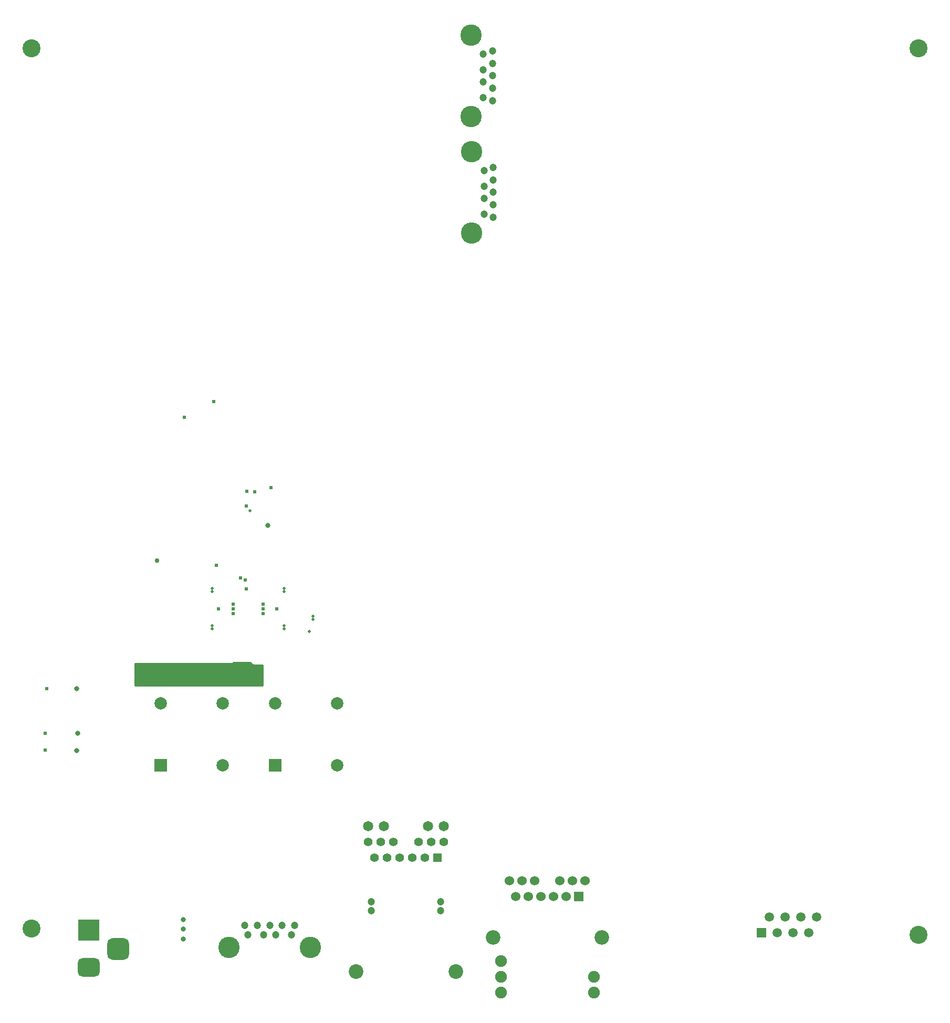
<source format=gbr>
%TF.GenerationSoftware,KiCad,Pcbnew,5.99.0-unknown-4b436fa57~104~ubuntu20.04.1*%
%TF.CreationDate,2020-10-20T16:16:34-05:00*%
%TF.ProjectId,AP2100,41503231-3030-42e6-9b69-6361645f7063,rev?*%
%TF.SameCoordinates,Original*%
%TF.FileFunction,Copper,L5,Inr*%
%TF.FilePolarity,Positive*%
%FSLAX46Y46*%
G04 Gerber Fmt 4.6, Leading zero omitted, Abs format (unit mm)*
G04 Created by KiCad (PCBNEW 5.99.0-unknown-4b436fa57~104~ubuntu20.04.1) date 2020-10-20 16:16:34*
%MOMM*%
%LPD*%
G01*
G04 APERTURE LIST*
G04 Aperture macros list*
%AMRoundRect*
0 Rectangle with rounded corners*
0 $1 Rounding radius*
0 $2 $3 $4 $5 $6 $7 $8 $9 X,Y pos of 4 corners*
0 Add a 4 corners polygon primitive as box body*
4,1,4,$2,$3,$4,$5,$6,$7,$8,$9,$2,$3,0*
0 Add four circle primitives for the rounded corners*
1,1,$1+$1,$2,$3,0*
1,1,$1+$1,$4,$5,0*
1,1,$1+$1,$6,$7,0*
1,1,$1+$1,$8,$9,0*
0 Add four rect primitives between the rounded corners*
20,1,$1+$1,$2,$3,$4,$5,0*
20,1,$1+$1,$4,$5,$6,$7,0*
20,1,$1+$1,$6,$7,$8,$9,0*
20,1,$1+$1,$8,$9,$2,$3,0*%
G04 Aperture macros list end*
%TA.AperFunction,ComponentPad*%
%ADD10C,1.200000*%
%TD*%
%TA.AperFunction,ComponentPad*%
%ADD11C,3.450000*%
%TD*%
%TA.AperFunction,ComponentPad*%
%ADD12C,2.900000*%
%TD*%
%TA.AperFunction,ComponentPad*%
%ADD13R,2.000000X2.000000*%
%TD*%
%TA.AperFunction,ComponentPad*%
%ADD14C,2.000000*%
%TD*%
%TA.AperFunction,ComponentPad*%
%ADD15R,1.530000X1.530000*%
%TD*%
%TA.AperFunction,ComponentPad*%
%ADD16C,1.530000*%
%TD*%
%TA.AperFunction,ComponentPad*%
%ADD17C,1.905000*%
%TD*%
%TA.AperFunction,ComponentPad*%
%ADD18C,2.355000*%
%TD*%
%TA.AperFunction,ComponentPad*%
%ADD19R,3.500000X3.500000*%
%TD*%
%TA.AperFunction,ComponentPad*%
%ADD20RoundRect,0.750000X1.000000X-0.750000X1.000000X0.750000X-1.000000X0.750000X-1.000000X-0.750000X0*%
%TD*%
%TA.AperFunction,ComponentPad*%
%ADD21RoundRect,0.875000X0.875000X-0.875000X0.875000X0.875000X-0.875000X0.875000X-0.875000X-0.875000X0*%
%TD*%
%TA.AperFunction,ComponentPad*%
%ADD22R,1.398000X1.398000*%
%TD*%
%TA.AperFunction,ComponentPad*%
%ADD23C,1.398000*%
%TD*%
%TA.AperFunction,ComponentPad*%
%ADD24C,1.650000*%
%TD*%
%TA.AperFunction,ComponentPad*%
%ADD25C,2.362500*%
%TD*%
%TA.AperFunction,ComponentPad*%
%ADD26R,1.500000X1.500000*%
%TD*%
%TA.AperFunction,ComponentPad*%
%ADD27C,1.500000*%
%TD*%
%TA.AperFunction,ViaPad*%
%ADD28C,0.482600*%
%TD*%
%TA.AperFunction,ViaPad*%
%ADD29C,0.609600*%
%TD*%
%TA.AperFunction,ViaPad*%
%ADD30C,0.762000*%
%TD*%
%TA.AperFunction,ViaPad*%
%ADD31C,0.800000*%
%TD*%
%TA.AperFunction,Conductor*%
%ADD32C,0.254000*%
%TD*%
G04 APERTURE END LIST*
D10*
%TO.N,Net-(FL3-Pad3)*%
%TO.C,J9*%
X38379400Y-149021800D03*
%TO.N,/USB/USB2_DP*%
X40879400Y-149021800D03*
%TO.N,/USB/USB2_DM*%
X42879400Y-149021800D03*
%TO.N,GND*%
X45379400Y-149021800D03*
%TO.N,/USB/USB2_RXDM*%
X45879400Y-147521800D03*
%TO.N,/USB/USB2_RXDP*%
X43879400Y-147521800D03*
%TO.N,GND*%
X41879400Y-147521800D03*
%TO.N,/USB/USB2_TXDM*%
X39879400Y-147521800D03*
%TO.N,/USB/USB2_TXDP*%
X37879400Y-147521800D03*
D11*
%TO.N,GND*%
X35309400Y-151021800D03*
X48449400Y-151021800D03*
%TD*%
D12*
%TO.N,GND*%
%TO.C,H3*%
X3500000Y-148000000D03*
%TD*%
%TO.N,GND*%
%TO.C,H1*%
X3500000Y-6000000D03*
%TD*%
%TO.N,GND*%
%TO.C,H4*%
X146500000Y-149000000D03*
%TD*%
D13*
%TO.N,Net-(C79-Pad1)*%
%TO.C,T1*%
X24281185Y-121689396D03*
D14*
%TO.N,Net-(C78-Pad1)*%
X24281185Y-111689396D03*
%TO.N,Net-(C79-Pad2)*%
X34281185Y-121689396D03*
%TO.N,Net-(C78-Pad2)*%
X34281185Y-111689396D03*
%TD*%
D15*
%TO.N,Net-(C385-Pad2)*%
%TO.C,J7*%
X91744800Y-142875000D03*
D16*
%TO.N,Net-(IC9-Pad8)*%
X89712800Y-142875000D03*
%TO.N,Net-(IC9-Pad7)*%
X87680800Y-142875000D03*
%TO.N,Net-(IC9-Pad5)*%
X85648800Y-142875000D03*
%TO.N,Net-(IC9-Pad6)*%
X83616800Y-142875000D03*
%TO.N,Net-(C384-Pad2)*%
X81584800Y-142875000D03*
%TO.N,Net-(C386-Pad2)*%
X92760800Y-140335000D03*
%TO.N,Net-(IC9-Pad10)*%
X90728800Y-140335000D03*
%TO.N,Net-(IC9-Pad11)*%
X88696800Y-140335000D03*
%TO.N,Net-(IC9-Pad3)*%
X84632800Y-140335000D03*
%TO.N,Net-(IC9-Pad2)*%
X82600800Y-140335000D03*
%TO.N,Net-(C383-Pad2)*%
X80568800Y-140335000D03*
D17*
%TO.N,Net-(J7-Pad13)*%
X94183200Y-155829000D03*
%TO.N,/3V3*%
X94183200Y-158369000D03*
%TO.N,Net-(J7-Pad15)*%
X79146400Y-153289000D03*
%TO.N,/3V3*%
X79146400Y-155829000D03*
%TO.N,Net-(J7-Pad17)*%
X79146400Y-158369000D03*
D18*
%TO.N,GND*%
X95453200Y-149479000D03*
X77876400Y-149479000D03*
%TD*%
D13*
%TO.N,Net-(C83-Pad1)*%
%TO.C,T2*%
X42793413Y-121689396D03*
D14*
%TO.N,Net-(C84-Pad1)*%
X42793413Y-111689396D03*
%TO.N,Net-(C83-Pad2)*%
X52793413Y-121689396D03*
%TO.N,Net-(C84-Pad2)*%
X52793413Y-111689396D03*
%TD*%
D19*
%TO.N,Net-(D7-Pad2)*%
%TO.C,J2*%
X12745093Y-148279275D03*
D20*
%TO.N,GNDPWR*%
X12745093Y-154279275D03*
D21*
%TO.N,N/C*%
X17445093Y-151279275D03*
%TD*%
D22*
%TO.N,Net-(C86-Pad2)*%
%TO.C,J1*%
X68910200Y-136550400D03*
D23*
%TO.N,/POE_TD3_N*%
X66878200Y-136550400D03*
%TO.N,/POE_TD3_P*%
X64846200Y-136550400D03*
%TO.N,/POE_TD2_P*%
X62814200Y-136550400D03*
%TO.N,/POE_TD2_N*%
X60782200Y-136550400D03*
%TO.N,Net-(C82-Pad2)*%
X58750200Y-136550400D03*
%TO.N,Net-(C88-Pad2)*%
X69926200Y-134010400D03*
%TO.N,/POE_TD4_P*%
X67894200Y-134010400D03*
%TO.N,/POE_TD4_N*%
X65862200Y-134010400D03*
%TO.N,/POE_TD1_N*%
X61798200Y-134010400D03*
%TO.N,/POE_TD1_P*%
X59766200Y-134010400D03*
%TO.N,Net-(C81-Pad2)*%
X57734200Y-134010400D03*
D10*
%TO.N,Net-(C79-Pad1)*%
X69418200Y-143660400D03*
%TO.N,Net-(C79-Pad2)*%
X58242200Y-143660400D03*
%TO.N,Net-(C83-Pad1)*%
X69418200Y-145150400D03*
%TO.N,Net-(C83-Pad2)*%
X58242200Y-145150400D03*
D24*
%TO.N,/ETH0_LED2-*%
X69926200Y-131470400D03*
%TO.N,/3V3*%
X67386200Y-131470400D03*
X60274200Y-131470400D03*
%TO.N,/ETH0_LED1-*%
X57734200Y-131470400D03*
D25*
%TO.N,Earth*%
X71895200Y-154965400D03*
X55765200Y-154965400D03*
%TD*%
D12*
%TO.N,GND*%
%TO.C,H2*%
X146500000Y-6000000D03*
%TD*%
D26*
%TO.N,Net-(J4-Pad1)*%
%TO.C,J4*%
X121132600Y-148666200D03*
D27*
%TO.N,Net-(J4-Pad2)*%
X122402600Y-146126200D03*
%TO.N,Net-(J4-Pad3)*%
X123672600Y-148666200D03*
%TO.N,GND*%
X124942600Y-146126200D03*
X126212600Y-148666200D03*
%TO.N,Net-(J4-Pad6)*%
X127482600Y-146126200D03*
%TO.N,Net-(J4-Pad7)*%
X128752600Y-148666200D03*
%TO.N,Net-(J4-Pad8)*%
X130022600Y-146126200D03*
%TD*%
D10*
%TO.N,Net-(FL5-Pad3)*%
%TO.C,J10*%
X76327000Y-6959600D03*
%TO.N,/USB/USB3_DP*%
X76327000Y-9459600D03*
%TO.N,/USB/USB3_DM*%
X76327000Y-11459600D03*
%TO.N,GND*%
X76327000Y-13959600D03*
%TO.N,/USB/USB3_RXDM*%
X77827000Y-14459600D03*
%TO.N,/USB/USB3_RXDP*%
X77827000Y-12459600D03*
%TO.N,GND*%
X77827000Y-10459600D03*
%TO.N,/USB/USB3_TXDM*%
X77827000Y-8459600D03*
%TO.N,/USB/USB3_TXDP*%
X77827000Y-6459600D03*
D11*
%TO.N,GND*%
X74327000Y-3889600D03*
X74327000Y-17029600D03*
%TD*%
D10*
%TO.N,Net-(FL1-Pad3)*%
%TO.C,J8*%
X76428600Y-25755600D03*
%TO.N,/USB/USB1_DP*%
X76428600Y-28255600D03*
%TO.N,/USB/USB1_DM*%
X76428600Y-30255600D03*
%TO.N,GND*%
X76428600Y-32755600D03*
%TO.N,/USB/USB1_RXDM*%
X77928600Y-33255600D03*
%TO.N,/USB/USB1_RXDP*%
X77928600Y-31255600D03*
%TO.N,GND*%
X77928600Y-29255600D03*
%TO.N,/USB/USB1_TXDM*%
X77928600Y-27255600D03*
%TO.N,/USB/USB1_TXDP*%
X77928600Y-25255600D03*
D11*
%TO.N,GND*%
X74428600Y-22685600D03*
X74428600Y-35825600D03*
%TD*%
D28*
%TO.N,Net-(C106-Pad1)*%
X38710185Y-80594200D03*
D29*
%TO.N,Net-(C121-Pad2)*%
X38227000Y-77470000D03*
X38143368Y-79869572D03*
%TO.N,Net-(D7-Pad2)*%
X33274585Y-89428999D03*
D30*
%TO.N,Net-(D11-Pad2)*%
X23749585Y-88646000D03*
D29*
%TO.N,Net-(D14-Pad2)*%
X28092400Y-65532000D03*
D31*
%TO.N,Net-(LED1-Pad1)*%
X27985102Y-146558000D03*
%TO.N,Net-(LED2-Pad1)*%
X27992702Y-148125200D03*
%TO.N,Net-(LED3-Pad1)*%
X27985102Y-149707600D03*
D28*
%TO.N,GNDPWR*%
X48870185Y-97612200D03*
D31*
X10897185Y-116535200D03*
D28*
X48285985Y-100126800D03*
D31*
X10770185Y-119329200D03*
D28*
X44185796Y-93177967D03*
X44185796Y-99671901D03*
X48870185Y-98120200D03*
X32603396Y-99671901D03*
X32577996Y-93677501D03*
X32577996Y-93169501D03*
D31*
X10770185Y-109296200D03*
D28*
X44185796Y-99163901D03*
X32603396Y-99163901D03*
X44185796Y-93685967D03*
D30*
%TO.N,/PoE Power/VDC*%
X20549185Y-108280200D03*
X20549185Y-105613200D03*
X37567185Y-108407200D03*
X36932185Y-106502200D03*
D29*
X5690185Y-119202200D03*
D30*
X36932185Y-107645200D03*
X20549185Y-107391200D03*
D29*
X5944185Y-109296200D03*
X5690185Y-116535200D03*
D30*
X20549185Y-106502200D03*
X37694185Y-105613200D03*
D29*
%TO.N,/PoE Power/VOB*%
X40818627Y-95701901D03*
X40818627Y-96463901D03*
X40818627Y-97225901D03*
X43028427Y-96463901D03*
X35992627Y-95701901D03*
X35992627Y-97225901D03*
X35992627Y-96463901D03*
X33655827Y-96463901D03*
%TO.N,/PoE Power/PGD*%
X42062400Y-76911200D03*
%TO.N,Net-(D15-Pad2)*%
X32867600Y-62992000D03*
D31*
%TO.N,Net-(IC3-Pad15)*%
X41605200Y-83007200D03*
D29*
%TO.N,Net-(IC2-Pad7)*%
X38150800Y-93218000D03*
%TO.N,Net-(IC2-Pad8)*%
X37946062Y-91764442D03*
%TO.N,Net-(IC2-Pad9)*%
X37159469Y-91481296D03*
%TO.N,Net-(C109-Pad1)*%
X39497000Y-77597000D03*
%TD*%
%TO.N,/PoE Power/VDC*%
D32*
X39142585Y-105460000D02*
X39218185Y-105485200D01*
X40743185Y-105485200D01*
X40743185Y-108789200D01*
X20167185Y-108789200D01*
X20167185Y-105231200D01*
X35789185Y-105231200D01*
X35845534Y-105217898D01*
X36072930Y-105104200D01*
X38668185Y-105104200D01*
X39142585Y-105460000D01*
%TA.AperFunction,Conductor*%
G36*
X39142585Y-105460000D02*
G01*
X39218185Y-105485200D01*
X40743185Y-105485200D01*
X40743185Y-108789200D01*
X20167185Y-108789200D01*
X20167185Y-105231200D01*
X35789185Y-105231200D01*
X35845534Y-105217898D01*
X36072930Y-105104200D01*
X38668185Y-105104200D01*
X39142585Y-105460000D01*
G37*
%TD.AperFunction*%
%TD*%
M02*

</source>
